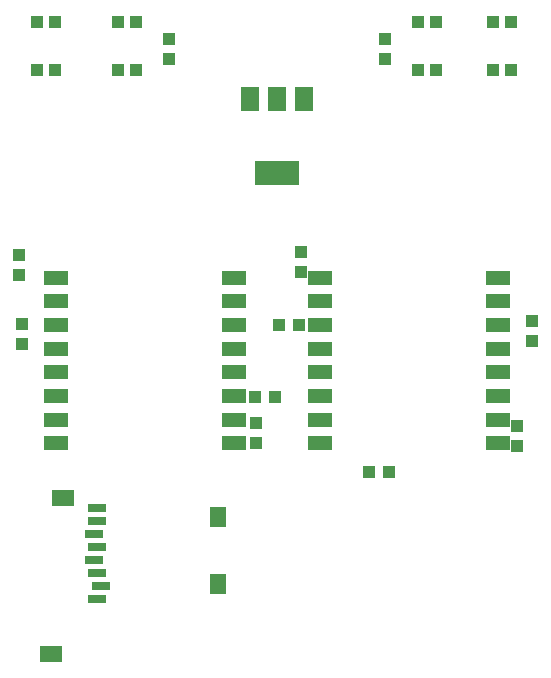
<source format=gtp>
G75*
%MOIN*%
%OFA0B0*%
%FSLAX25Y25*%
%IPPOS*%
%LPD*%
%AMOC8*
5,1,8,0,0,1.08239X$1,22.5*
%
%ADD10R,0.05512X0.07087*%
%ADD11R,0.07480X0.05512*%
%ADD12R,0.05906X0.03150*%
%ADD13R,0.03937X0.04331*%
%ADD14R,0.04331X0.03937*%
%ADD15R,0.03937X0.03937*%
%ADD16R,0.05906X0.07874*%
%ADD17R,0.14961X0.07874*%
%ADD18R,0.07874X0.04724*%
D10*
X0086092Y0045488D03*
X0086092Y0067929D03*
D11*
X0030383Y0022457D03*
X0034320Y0074228D03*
D12*
X0045541Y0071118D03*
X0045541Y0066787D03*
X0044753Y0062457D03*
X0045541Y0058126D03*
X0044753Y0053795D03*
X0045541Y0049465D03*
X0047115Y0045134D03*
X0045541Y0040803D03*
D13*
X0098667Y0092654D03*
X0098667Y0099346D03*
X0113667Y0149654D03*
X0113667Y0156346D03*
X0141667Y0220654D03*
X0141667Y0227346D03*
X0069667Y0227346D03*
X0069667Y0220654D03*
X0019667Y0155346D03*
X0019667Y0148654D03*
X0020667Y0132346D03*
X0020667Y0125654D03*
X0185667Y0098346D03*
X0185667Y0091654D03*
X0190667Y0126654D03*
X0190667Y0133346D03*
D14*
X0143013Y0083000D03*
X0136320Y0083000D03*
X0105013Y0108000D03*
X0098320Y0108000D03*
X0106320Y0132000D03*
X0113013Y0132000D03*
D15*
X0152517Y0217126D03*
X0158816Y0217126D03*
X0158816Y0232874D03*
X0152517Y0232874D03*
X0177517Y0232874D03*
X0183816Y0232874D03*
X0183816Y0217126D03*
X0177517Y0217126D03*
X0058816Y0217126D03*
X0052517Y0217126D03*
X0052517Y0232874D03*
X0058816Y0232874D03*
X0031816Y0232874D03*
X0025517Y0232874D03*
X0025517Y0217126D03*
X0031816Y0217126D03*
D16*
X0096612Y0207402D03*
X0105667Y0207402D03*
X0114722Y0207402D03*
D17*
X0105667Y0182598D03*
D18*
X0120139Y0147717D03*
X0120139Y0139843D03*
X0120139Y0131969D03*
X0120139Y0124094D03*
X0120139Y0116220D03*
X0120139Y0108346D03*
X0120139Y0100472D03*
X0120139Y0092598D03*
X0091194Y0092598D03*
X0091194Y0100472D03*
X0091194Y0108346D03*
X0091194Y0116220D03*
X0091194Y0124094D03*
X0091194Y0131969D03*
X0091194Y0139843D03*
X0091194Y0147717D03*
X0032139Y0147717D03*
X0032139Y0139843D03*
X0032139Y0131969D03*
X0032139Y0124094D03*
X0032139Y0116220D03*
X0032139Y0108346D03*
X0032139Y0100472D03*
X0032139Y0092598D03*
X0179194Y0092598D03*
X0179194Y0100472D03*
X0179194Y0108346D03*
X0179194Y0116220D03*
X0179194Y0124094D03*
X0179194Y0131969D03*
X0179194Y0139843D03*
X0179194Y0147717D03*
M02*

</source>
